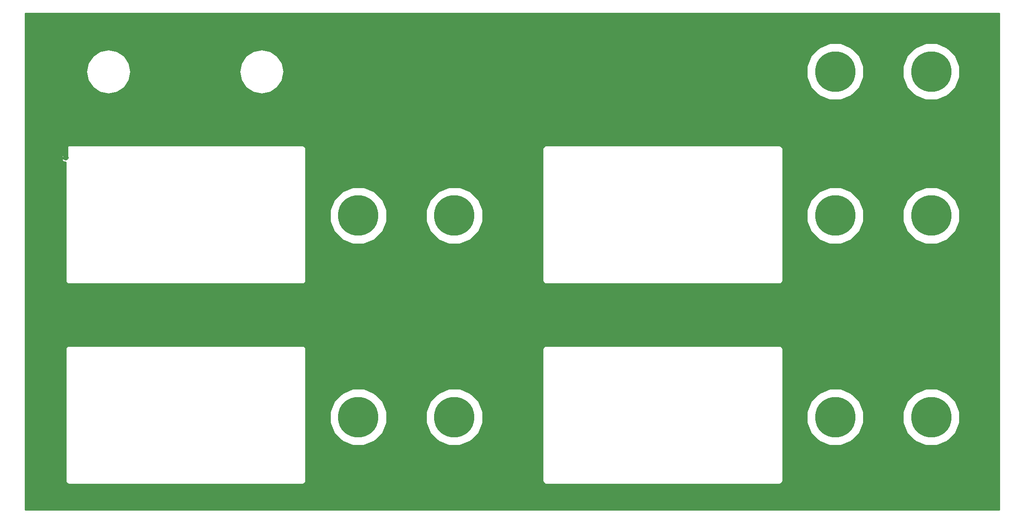
<source format=gtl>
G04 #@! TF.FileFunction,Copper,L1,Top,Signal*
%FSLAX46Y46*%
G04 Gerber Fmt 4.6, Leading zero omitted, Abs format (unit mm)*
G04 Created by KiCad (PCBNEW 4.0.7) date 03/24/20 22:25:04*
%MOMM*%
%LPD*%
G01*
G04 APERTURE LIST*
%ADD10C,0.100000*%
%ADD11R,0.280000X0.430000*%
%ADD12C,8.000000*%
%ADD13C,1.000000*%
%ADD14C,0.254000*%
G04 APERTURE END LIST*
D10*
D11*
X87243000Y-54229000D03*
X87763000Y-54229000D03*
D12*
X239903000Y-105664000D03*
X145288000Y-65659000D03*
X239903000Y-65659000D03*
X145288000Y-105664000D03*
X164338000Y-65659000D03*
X164338000Y-105664000D03*
X258953000Y-105664000D03*
X258953000Y-65659000D03*
X239903000Y-37084000D03*
X258953000Y-37084000D03*
D13*
X87243000Y-54229000D02*
X87243000Y-50794000D01*
X87243000Y-50794000D02*
X85852000Y-49403000D01*
D14*
G36*
X272403500Y-124042500D02*
X186309000Y-124042500D01*
X186183318Y-124067500D01*
X178624182Y-124067500D01*
X178498500Y-124042500D01*
X91694000Y-124042500D01*
X91568318Y-124067500D01*
X79196000Y-124067500D01*
X79196000Y-92202000D01*
X87237500Y-92202000D01*
X87237500Y-118237000D01*
X87291546Y-118508705D01*
X87445454Y-118739046D01*
X87675795Y-118892954D01*
X87947500Y-118947000D01*
X134175500Y-118947000D01*
X134447205Y-118892954D01*
X134677546Y-118739046D01*
X134831454Y-118508705D01*
X134885500Y-118237000D01*
X134885500Y-106778369D01*
X139660026Y-106778369D01*
X140514880Y-108847275D01*
X142096399Y-110431557D01*
X144163810Y-111290021D01*
X146402369Y-111291974D01*
X148471275Y-110437120D01*
X150055557Y-108855601D01*
X150914021Y-106788190D01*
X150914029Y-106778369D01*
X158710026Y-106778369D01*
X159564880Y-108847275D01*
X161146399Y-110431557D01*
X163213810Y-111290021D01*
X165452369Y-111291974D01*
X167521275Y-110437120D01*
X169105557Y-108855601D01*
X169964021Y-106788190D01*
X169965974Y-104549631D01*
X169111120Y-102480725D01*
X167529601Y-100896443D01*
X165462190Y-100037979D01*
X163223631Y-100036026D01*
X161154725Y-100890880D01*
X159570443Y-102472399D01*
X158711979Y-104539810D01*
X158710026Y-106778369D01*
X150914029Y-106778369D01*
X150915974Y-104549631D01*
X150061120Y-102480725D01*
X148479601Y-100896443D01*
X146412190Y-100037979D01*
X144173631Y-100036026D01*
X142104725Y-100890880D01*
X140520443Y-102472399D01*
X139661979Y-104539810D01*
X139660026Y-106778369D01*
X134885500Y-106778369D01*
X134885500Y-92202000D01*
X181852500Y-92202000D01*
X181852500Y-118237000D01*
X181906546Y-118508705D01*
X182060454Y-118739046D01*
X182290795Y-118892954D01*
X182562500Y-118947000D01*
X228790500Y-118947000D01*
X229062205Y-118892954D01*
X229292546Y-118739046D01*
X229446454Y-118508705D01*
X229500500Y-118237000D01*
X229500500Y-106778369D01*
X234275026Y-106778369D01*
X235129880Y-108847275D01*
X236711399Y-110431557D01*
X238778810Y-111290021D01*
X241017369Y-111291974D01*
X243086275Y-110437120D01*
X244670557Y-108855601D01*
X245529021Y-106788190D01*
X245529029Y-106778369D01*
X253325026Y-106778369D01*
X254179880Y-108847275D01*
X255761399Y-110431557D01*
X257828810Y-111290021D01*
X260067369Y-111291974D01*
X262136275Y-110437120D01*
X263720557Y-108855601D01*
X264579021Y-106788190D01*
X264580974Y-104549631D01*
X263726120Y-102480725D01*
X262144601Y-100896443D01*
X260077190Y-100037979D01*
X257838631Y-100036026D01*
X255769725Y-100890880D01*
X254185443Y-102472399D01*
X253326979Y-104539810D01*
X253325026Y-106778369D01*
X245529029Y-106778369D01*
X245530974Y-104549631D01*
X244676120Y-102480725D01*
X243094601Y-100896443D01*
X241027190Y-100037979D01*
X238788631Y-100036026D01*
X236719725Y-100890880D01*
X235135443Y-102472399D01*
X234276979Y-104539810D01*
X234275026Y-106778369D01*
X229500500Y-106778369D01*
X229500500Y-92202000D01*
X229446454Y-91930295D01*
X229292546Y-91699954D01*
X229062205Y-91546046D01*
X228790500Y-91492000D01*
X182562500Y-91492000D01*
X182290795Y-91546046D01*
X182060454Y-91699954D01*
X181906546Y-91930295D01*
X181852500Y-92202000D01*
X134885500Y-92202000D01*
X134831454Y-91930295D01*
X134677546Y-91699954D01*
X134447205Y-91546046D01*
X134175500Y-91492000D01*
X87947500Y-91492000D01*
X87675795Y-91546046D01*
X87445454Y-91699954D01*
X87291546Y-91930295D01*
X87237500Y-92202000D01*
X79196000Y-92202000D01*
X79196000Y-53887690D01*
X86468000Y-53887690D01*
X86468000Y-53962750D01*
X86626750Y-54121500D01*
X87237500Y-54121500D01*
X87237500Y-54336500D01*
X86626750Y-54336500D01*
X86468000Y-54495250D01*
X86468000Y-54570310D01*
X86564673Y-54803699D01*
X86743302Y-54982327D01*
X86976691Y-55079000D01*
X87014250Y-55079000D01*
X87115998Y-54977252D01*
X87115998Y-55079000D01*
X87237500Y-55079000D01*
X87237500Y-78486000D01*
X87291546Y-78757705D01*
X87445454Y-78988046D01*
X87675795Y-79141954D01*
X87947500Y-79196000D01*
X134175500Y-79196000D01*
X134447205Y-79141954D01*
X134677546Y-78988046D01*
X134831454Y-78757705D01*
X134885500Y-78486000D01*
X134885500Y-66773369D01*
X139660026Y-66773369D01*
X140514880Y-68842275D01*
X142096399Y-70426557D01*
X144163810Y-71285021D01*
X146402369Y-71286974D01*
X148471275Y-70432120D01*
X150055557Y-68850601D01*
X150914021Y-66783190D01*
X150914029Y-66773369D01*
X158710026Y-66773369D01*
X159564880Y-68842275D01*
X161146399Y-70426557D01*
X163213810Y-71285021D01*
X165452369Y-71286974D01*
X167521275Y-70432120D01*
X169105557Y-68850601D01*
X169964021Y-66783190D01*
X169965974Y-64544631D01*
X169111120Y-62475725D01*
X167529601Y-60891443D01*
X165462190Y-60032979D01*
X163223631Y-60031026D01*
X161154725Y-60885880D01*
X159570443Y-62467399D01*
X158711979Y-64534810D01*
X158710026Y-66773369D01*
X150914029Y-66773369D01*
X150915974Y-64544631D01*
X150061120Y-62475725D01*
X148479601Y-60891443D01*
X146412190Y-60032979D01*
X144173631Y-60031026D01*
X142104725Y-60885880D01*
X140520443Y-62467399D01*
X139661979Y-64534810D01*
X139660026Y-66773369D01*
X134885500Y-66773369D01*
X134885500Y-52451000D01*
X181852500Y-52451000D01*
X181852500Y-78486000D01*
X181906546Y-78757705D01*
X182060454Y-78988046D01*
X182290795Y-79141954D01*
X182562500Y-79196000D01*
X228790500Y-79196000D01*
X229062205Y-79141954D01*
X229292546Y-78988046D01*
X229446454Y-78757705D01*
X229500500Y-78486000D01*
X229500500Y-66773369D01*
X234275026Y-66773369D01*
X235129880Y-68842275D01*
X236711399Y-70426557D01*
X238778810Y-71285021D01*
X241017369Y-71286974D01*
X243086275Y-70432120D01*
X244670557Y-68850601D01*
X245529021Y-66783190D01*
X245529029Y-66773369D01*
X253325026Y-66773369D01*
X254179880Y-68842275D01*
X255761399Y-70426557D01*
X257828810Y-71285021D01*
X260067369Y-71286974D01*
X262136275Y-70432120D01*
X263720557Y-68850601D01*
X264579021Y-66783190D01*
X264580974Y-64544631D01*
X263726120Y-62475725D01*
X262144601Y-60891443D01*
X260077190Y-60032979D01*
X257838631Y-60031026D01*
X255769725Y-60885880D01*
X254185443Y-62467399D01*
X253326979Y-64534810D01*
X253325026Y-66773369D01*
X245529029Y-66773369D01*
X245530974Y-64544631D01*
X244676120Y-62475725D01*
X243094601Y-60891443D01*
X241027190Y-60032979D01*
X238788631Y-60031026D01*
X236719725Y-60885880D01*
X235135443Y-62467399D01*
X234276979Y-64534810D01*
X234275026Y-66773369D01*
X229500500Y-66773369D01*
X229500500Y-52451000D01*
X229446454Y-52179295D01*
X229292546Y-51948954D01*
X229062205Y-51795046D01*
X228790500Y-51741000D01*
X182562500Y-51741000D01*
X182290795Y-51795046D01*
X182060454Y-51948954D01*
X181906546Y-52179295D01*
X181852500Y-52451000D01*
X134885500Y-52451000D01*
X134831454Y-52179295D01*
X134677546Y-51948954D01*
X134447205Y-51795046D01*
X134175500Y-51741000D01*
X87947500Y-51741000D01*
X87675795Y-51795046D01*
X87445454Y-51948954D01*
X87291546Y-52179295D01*
X87237500Y-52451000D01*
X87237500Y-53379000D01*
X87115998Y-53379000D01*
X87115998Y-53480748D01*
X87014250Y-53379000D01*
X86976691Y-53379000D01*
X86743302Y-53475673D01*
X86564673Y-53654301D01*
X86468000Y-53887690D01*
X79196000Y-53887690D01*
X79196000Y-37084000D01*
X91365000Y-37084000D01*
X91699397Y-38765128D01*
X92651680Y-40190320D01*
X94076872Y-41142603D01*
X95758000Y-41477000D01*
X97439128Y-41142603D01*
X98864320Y-40190320D01*
X99816603Y-38765128D01*
X100151000Y-37084000D01*
X121718000Y-37084000D01*
X122052397Y-38765128D01*
X123004680Y-40190320D01*
X124429872Y-41142603D01*
X126111000Y-41477000D01*
X127792128Y-41142603D01*
X129217320Y-40190320D01*
X130169603Y-38765128D01*
X130282338Y-38198369D01*
X234275026Y-38198369D01*
X235129880Y-40267275D01*
X236711399Y-41851557D01*
X238778810Y-42710021D01*
X241017369Y-42711974D01*
X243086275Y-41857120D01*
X244670557Y-40275601D01*
X245529021Y-38208190D01*
X245529029Y-38198369D01*
X253325026Y-38198369D01*
X254179880Y-40267275D01*
X255761399Y-41851557D01*
X257828810Y-42710021D01*
X260067369Y-42711974D01*
X262136275Y-41857120D01*
X263720557Y-40275601D01*
X264579021Y-38208190D01*
X264580974Y-35969631D01*
X263726120Y-33900725D01*
X262144601Y-32316443D01*
X260077190Y-31457979D01*
X257838631Y-31456026D01*
X255769725Y-32310880D01*
X254185443Y-33892399D01*
X253326979Y-35959810D01*
X253325026Y-38198369D01*
X245529029Y-38198369D01*
X245530974Y-35969631D01*
X244676120Y-33900725D01*
X243094601Y-32316443D01*
X241027190Y-31457979D01*
X238788631Y-31456026D01*
X236719725Y-32310880D01*
X235135443Y-33892399D01*
X234276979Y-35959810D01*
X234275026Y-38198369D01*
X130282338Y-38198369D01*
X130504000Y-37084000D01*
X130169603Y-35402872D01*
X129217320Y-33977680D01*
X127792128Y-33025397D01*
X126111000Y-32691000D01*
X124429872Y-33025397D01*
X123004680Y-33977680D01*
X122052397Y-35402872D01*
X121718000Y-37084000D01*
X100151000Y-37084000D01*
X99816603Y-35402872D01*
X98864320Y-33977680D01*
X97439128Y-33025397D01*
X95758000Y-32691000D01*
X94076872Y-33025397D01*
X92651680Y-33977680D01*
X91699397Y-35402872D01*
X91365000Y-37084000D01*
X79196000Y-37084000D01*
X79196000Y-25475000D01*
X272403500Y-25475000D01*
X272403500Y-124042500D01*
X272403500Y-124042500D01*
G37*
X272403500Y-124042500D02*
X186309000Y-124042500D01*
X186183318Y-124067500D01*
X178624182Y-124067500D01*
X178498500Y-124042500D01*
X91694000Y-124042500D01*
X91568318Y-124067500D01*
X79196000Y-124067500D01*
X79196000Y-92202000D01*
X87237500Y-92202000D01*
X87237500Y-118237000D01*
X87291546Y-118508705D01*
X87445454Y-118739046D01*
X87675795Y-118892954D01*
X87947500Y-118947000D01*
X134175500Y-118947000D01*
X134447205Y-118892954D01*
X134677546Y-118739046D01*
X134831454Y-118508705D01*
X134885500Y-118237000D01*
X134885500Y-106778369D01*
X139660026Y-106778369D01*
X140514880Y-108847275D01*
X142096399Y-110431557D01*
X144163810Y-111290021D01*
X146402369Y-111291974D01*
X148471275Y-110437120D01*
X150055557Y-108855601D01*
X150914021Y-106788190D01*
X150914029Y-106778369D01*
X158710026Y-106778369D01*
X159564880Y-108847275D01*
X161146399Y-110431557D01*
X163213810Y-111290021D01*
X165452369Y-111291974D01*
X167521275Y-110437120D01*
X169105557Y-108855601D01*
X169964021Y-106788190D01*
X169965974Y-104549631D01*
X169111120Y-102480725D01*
X167529601Y-100896443D01*
X165462190Y-100037979D01*
X163223631Y-100036026D01*
X161154725Y-100890880D01*
X159570443Y-102472399D01*
X158711979Y-104539810D01*
X158710026Y-106778369D01*
X150914029Y-106778369D01*
X150915974Y-104549631D01*
X150061120Y-102480725D01*
X148479601Y-100896443D01*
X146412190Y-100037979D01*
X144173631Y-100036026D01*
X142104725Y-100890880D01*
X140520443Y-102472399D01*
X139661979Y-104539810D01*
X139660026Y-106778369D01*
X134885500Y-106778369D01*
X134885500Y-92202000D01*
X181852500Y-92202000D01*
X181852500Y-118237000D01*
X181906546Y-118508705D01*
X182060454Y-118739046D01*
X182290795Y-118892954D01*
X182562500Y-118947000D01*
X228790500Y-118947000D01*
X229062205Y-118892954D01*
X229292546Y-118739046D01*
X229446454Y-118508705D01*
X229500500Y-118237000D01*
X229500500Y-106778369D01*
X234275026Y-106778369D01*
X235129880Y-108847275D01*
X236711399Y-110431557D01*
X238778810Y-111290021D01*
X241017369Y-111291974D01*
X243086275Y-110437120D01*
X244670557Y-108855601D01*
X245529021Y-106788190D01*
X245529029Y-106778369D01*
X253325026Y-106778369D01*
X254179880Y-108847275D01*
X255761399Y-110431557D01*
X257828810Y-111290021D01*
X260067369Y-111291974D01*
X262136275Y-110437120D01*
X263720557Y-108855601D01*
X264579021Y-106788190D01*
X264580974Y-104549631D01*
X263726120Y-102480725D01*
X262144601Y-100896443D01*
X260077190Y-100037979D01*
X257838631Y-100036026D01*
X255769725Y-100890880D01*
X254185443Y-102472399D01*
X253326979Y-104539810D01*
X253325026Y-106778369D01*
X245529029Y-106778369D01*
X245530974Y-104549631D01*
X244676120Y-102480725D01*
X243094601Y-100896443D01*
X241027190Y-100037979D01*
X238788631Y-100036026D01*
X236719725Y-100890880D01*
X235135443Y-102472399D01*
X234276979Y-104539810D01*
X234275026Y-106778369D01*
X229500500Y-106778369D01*
X229500500Y-92202000D01*
X229446454Y-91930295D01*
X229292546Y-91699954D01*
X229062205Y-91546046D01*
X228790500Y-91492000D01*
X182562500Y-91492000D01*
X182290795Y-91546046D01*
X182060454Y-91699954D01*
X181906546Y-91930295D01*
X181852500Y-92202000D01*
X134885500Y-92202000D01*
X134831454Y-91930295D01*
X134677546Y-91699954D01*
X134447205Y-91546046D01*
X134175500Y-91492000D01*
X87947500Y-91492000D01*
X87675795Y-91546046D01*
X87445454Y-91699954D01*
X87291546Y-91930295D01*
X87237500Y-92202000D01*
X79196000Y-92202000D01*
X79196000Y-53887690D01*
X86468000Y-53887690D01*
X86468000Y-53962750D01*
X86626750Y-54121500D01*
X87237500Y-54121500D01*
X87237500Y-54336500D01*
X86626750Y-54336500D01*
X86468000Y-54495250D01*
X86468000Y-54570310D01*
X86564673Y-54803699D01*
X86743302Y-54982327D01*
X86976691Y-55079000D01*
X87014250Y-55079000D01*
X87115998Y-54977252D01*
X87115998Y-55079000D01*
X87237500Y-55079000D01*
X87237500Y-78486000D01*
X87291546Y-78757705D01*
X87445454Y-78988046D01*
X87675795Y-79141954D01*
X87947500Y-79196000D01*
X134175500Y-79196000D01*
X134447205Y-79141954D01*
X134677546Y-78988046D01*
X134831454Y-78757705D01*
X134885500Y-78486000D01*
X134885500Y-66773369D01*
X139660026Y-66773369D01*
X140514880Y-68842275D01*
X142096399Y-70426557D01*
X144163810Y-71285021D01*
X146402369Y-71286974D01*
X148471275Y-70432120D01*
X150055557Y-68850601D01*
X150914021Y-66783190D01*
X150914029Y-66773369D01*
X158710026Y-66773369D01*
X159564880Y-68842275D01*
X161146399Y-70426557D01*
X163213810Y-71285021D01*
X165452369Y-71286974D01*
X167521275Y-70432120D01*
X169105557Y-68850601D01*
X169964021Y-66783190D01*
X169965974Y-64544631D01*
X169111120Y-62475725D01*
X167529601Y-60891443D01*
X165462190Y-60032979D01*
X163223631Y-60031026D01*
X161154725Y-60885880D01*
X159570443Y-62467399D01*
X158711979Y-64534810D01*
X158710026Y-66773369D01*
X150914029Y-66773369D01*
X150915974Y-64544631D01*
X150061120Y-62475725D01*
X148479601Y-60891443D01*
X146412190Y-60032979D01*
X144173631Y-60031026D01*
X142104725Y-60885880D01*
X140520443Y-62467399D01*
X139661979Y-64534810D01*
X139660026Y-66773369D01*
X134885500Y-66773369D01*
X134885500Y-52451000D01*
X181852500Y-52451000D01*
X181852500Y-78486000D01*
X181906546Y-78757705D01*
X182060454Y-78988046D01*
X182290795Y-79141954D01*
X182562500Y-79196000D01*
X228790500Y-79196000D01*
X229062205Y-79141954D01*
X229292546Y-78988046D01*
X229446454Y-78757705D01*
X229500500Y-78486000D01*
X229500500Y-66773369D01*
X234275026Y-66773369D01*
X235129880Y-68842275D01*
X236711399Y-70426557D01*
X238778810Y-71285021D01*
X241017369Y-71286974D01*
X243086275Y-70432120D01*
X244670557Y-68850601D01*
X245529021Y-66783190D01*
X245529029Y-66773369D01*
X253325026Y-66773369D01*
X254179880Y-68842275D01*
X255761399Y-70426557D01*
X257828810Y-71285021D01*
X260067369Y-71286974D01*
X262136275Y-70432120D01*
X263720557Y-68850601D01*
X264579021Y-66783190D01*
X264580974Y-64544631D01*
X263726120Y-62475725D01*
X262144601Y-60891443D01*
X260077190Y-60032979D01*
X257838631Y-60031026D01*
X255769725Y-60885880D01*
X254185443Y-62467399D01*
X253326979Y-64534810D01*
X253325026Y-66773369D01*
X245529029Y-66773369D01*
X245530974Y-64544631D01*
X244676120Y-62475725D01*
X243094601Y-60891443D01*
X241027190Y-60032979D01*
X238788631Y-60031026D01*
X236719725Y-60885880D01*
X235135443Y-62467399D01*
X234276979Y-64534810D01*
X234275026Y-66773369D01*
X229500500Y-66773369D01*
X229500500Y-52451000D01*
X229446454Y-52179295D01*
X229292546Y-51948954D01*
X229062205Y-51795046D01*
X228790500Y-51741000D01*
X182562500Y-51741000D01*
X182290795Y-51795046D01*
X182060454Y-51948954D01*
X181906546Y-52179295D01*
X181852500Y-52451000D01*
X134885500Y-52451000D01*
X134831454Y-52179295D01*
X134677546Y-51948954D01*
X134447205Y-51795046D01*
X134175500Y-51741000D01*
X87947500Y-51741000D01*
X87675795Y-51795046D01*
X87445454Y-51948954D01*
X87291546Y-52179295D01*
X87237500Y-52451000D01*
X87237500Y-53379000D01*
X87115998Y-53379000D01*
X87115998Y-53480748D01*
X87014250Y-53379000D01*
X86976691Y-53379000D01*
X86743302Y-53475673D01*
X86564673Y-53654301D01*
X86468000Y-53887690D01*
X79196000Y-53887690D01*
X79196000Y-37084000D01*
X91365000Y-37084000D01*
X91699397Y-38765128D01*
X92651680Y-40190320D01*
X94076872Y-41142603D01*
X95758000Y-41477000D01*
X97439128Y-41142603D01*
X98864320Y-40190320D01*
X99816603Y-38765128D01*
X100151000Y-37084000D01*
X121718000Y-37084000D01*
X122052397Y-38765128D01*
X123004680Y-40190320D01*
X124429872Y-41142603D01*
X126111000Y-41477000D01*
X127792128Y-41142603D01*
X129217320Y-40190320D01*
X130169603Y-38765128D01*
X130282338Y-38198369D01*
X234275026Y-38198369D01*
X235129880Y-40267275D01*
X236711399Y-41851557D01*
X238778810Y-42710021D01*
X241017369Y-42711974D01*
X243086275Y-41857120D01*
X244670557Y-40275601D01*
X245529021Y-38208190D01*
X245529029Y-38198369D01*
X253325026Y-38198369D01*
X254179880Y-40267275D01*
X255761399Y-41851557D01*
X257828810Y-42710021D01*
X260067369Y-42711974D01*
X262136275Y-41857120D01*
X263720557Y-40275601D01*
X264579021Y-38208190D01*
X264580974Y-35969631D01*
X263726120Y-33900725D01*
X262144601Y-32316443D01*
X260077190Y-31457979D01*
X257838631Y-31456026D01*
X255769725Y-32310880D01*
X254185443Y-33892399D01*
X253326979Y-35959810D01*
X253325026Y-38198369D01*
X245529029Y-38198369D01*
X245530974Y-35969631D01*
X244676120Y-33900725D01*
X243094601Y-32316443D01*
X241027190Y-31457979D01*
X238788631Y-31456026D01*
X236719725Y-32310880D01*
X235135443Y-33892399D01*
X234276979Y-35959810D01*
X234275026Y-38198369D01*
X130282338Y-38198369D01*
X130504000Y-37084000D01*
X130169603Y-35402872D01*
X129217320Y-33977680D01*
X127792128Y-33025397D01*
X126111000Y-32691000D01*
X124429872Y-33025397D01*
X123004680Y-33977680D01*
X122052397Y-35402872D01*
X121718000Y-37084000D01*
X100151000Y-37084000D01*
X99816603Y-35402872D01*
X98864320Y-33977680D01*
X97439128Y-33025397D01*
X95758000Y-32691000D01*
X94076872Y-33025397D01*
X92651680Y-33977680D01*
X91699397Y-35402872D01*
X91365000Y-37084000D01*
X79196000Y-37084000D01*
X79196000Y-25475000D01*
X272403500Y-25475000D01*
X272403500Y-124042500D01*
M02*

</source>
